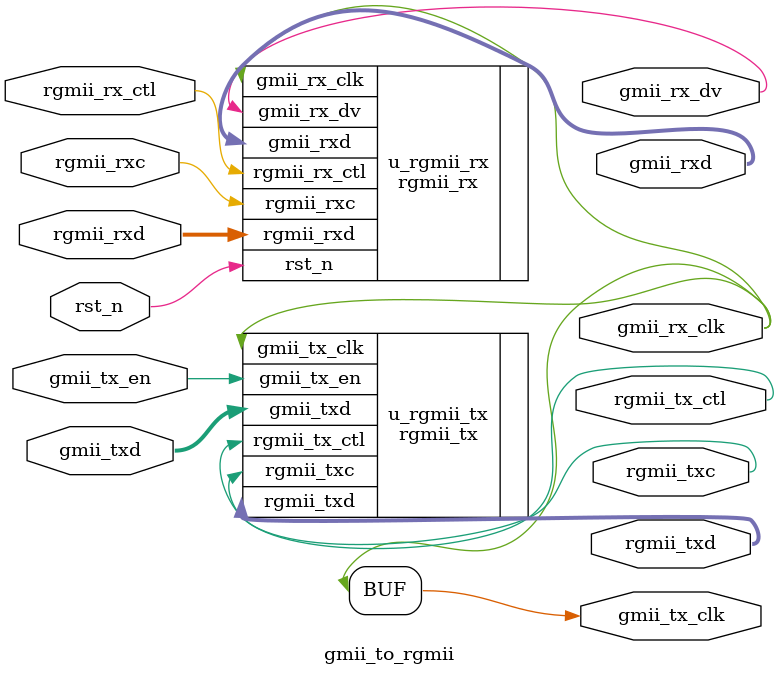
<source format=v>
module gmii_to_rgmii (
    input        rst_n,         //IDELAYÊ±ÖÓ
    //ÒÔÌ«ÍøGMII½Ó¿Ú
    output       gmii_rx_clk,   //GMII½ÓÊÕÊ±ÖÓ
    output       gmii_rx_dv,    //GMII½ÓÊÕÊý¾ÝÓÐÐ§ÐÅºÅ
    output [7:0] gmii_rxd,      //GMII½ÓÊÕÊý¾Ý
    output       gmii_tx_clk,   //GMII·¢ËÍÊ±ÖÓ
    input        gmii_tx_en,    //GMII·¢ËÍÊý¾ÝÊ¹ÄÜÐÅºÅ
    input  [7:0] gmii_txd,      //GMII·¢ËÍÊý¾Ý            
    //ÒÔÌ«ÍøRGMII½Ó¿Ú   
    input        rgmii_rxc,     //RGMII½ÓÊÕÊ±ÖÓ
    input        rgmii_rx_ctl,  //RGMII½ÓÊÕÊý¾Ý¿ØÖÆÐÅºÅ
    input  [3:0] rgmii_rxd,     //RGMII½ÓÊÕÊý¾Ý
    output       rgmii_txc,     //RGMII·¢ËÍÊ±ÖÓ    
    output       rgmii_tx_ctl,  //RGMII·¢ËÍÊý¾Ý¿ØÖÆÐÅºÅ
    output [3:0] rgmii_txd      //RGMII·¢ËÍÊý¾Ý          
);



  assign gmii_tx_clk = gmii_rx_clk;

  //RGMII½ÓÊÕ
  rgmii_rx u_rgmii_rx (
      .rst_n       (rst_n),
      .gmii_rx_clk (gmii_rx_clk),
      .rgmii_rxc   (rgmii_rxc),
      .rgmii_rx_ctl(rgmii_rx_ctl),
      .rgmii_rxd   (rgmii_rxd),

      .gmii_rx_dv(gmii_rx_dv),
      .gmii_rxd  (gmii_rxd)
  );

  //RGMII·¢ËÍ
  rgmii_tx u_rgmii_tx (
      .gmii_tx_clk(gmii_tx_clk),
      .gmii_tx_en (gmii_tx_en),
      .gmii_txd   (gmii_txd),

      .rgmii_txc   (rgmii_txc),
      .rgmii_tx_ctl(rgmii_tx_ctl),
      .rgmii_txd   (rgmii_txd)
  );

endmodule

</source>
